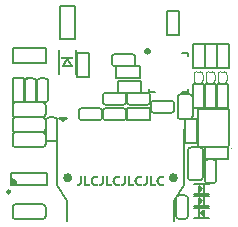
<source format=gto>
G04*
G04 #@! TF.GenerationSoftware,Altium Limited,Altium Designer,19.1.5 (86)*
G04*
G04 Layer_Color=65535*
%FSLAX25Y25*%
%MOIN*%
G70*
G01*
G75*
%ADD10C,0.00394*%
%ADD11C,0.00500*%
%ADD12C,0.00400*%
%ADD13C,0.00031*%
%ADD14C,0.00787*%
%ADD15C,0.00984*%
%ADD16C,0.00800*%
%ADD17R,0.03937X0.00787*%
%ADD18R,0.00787X0.03150*%
G36*
X13595Y22031D02*
Y24000D01*
X14185D01*
X15366Y22819D01*
Y22031D01*
X13595D01*
D02*
G37*
G36*
X31004Y24331D02*
Y24057D01*
X31214Y23550D01*
X31601Y23163D01*
X32108Y22953D01*
X32382D01*
X32656D01*
X33162Y23163D01*
X33550Y23550D01*
X33760Y24057D01*
Y24331D01*
Y24605D01*
X33550Y25111D01*
X33162Y25499D01*
X32656Y25709D01*
X32382D01*
X32108D01*
X31601Y25499D01*
X31214Y25111D01*
X31004Y24605D01*
Y24331D01*
D01*
D02*
G37*
G36*
X66240D02*
Y24057D01*
X66450Y23550D01*
X66838Y23163D01*
X67344Y22953D01*
X67618D01*
X67892D01*
X68399Y23163D01*
X68786Y23550D01*
X68996Y24057D01*
Y24331D01*
Y24605D01*
X68786Y25111D01*
X68399Y25499D01*
X67892Y25709D01*
X67618D01*
X67344D01*
X66838Y25499D01*
X66450Y25111D01*
X66240Y24605D01*
Y24331D01*
D01*
D02*
G37*
G36*
X59000Y65500D02*
X58801D01*
X58434Y65652D01*
X58152Y65934D01*
X58000Y66301D01*
Y66500D01*
Y66699D01*
X58152Y67066D01*
X58434Y67348D01*
X58801Y67500D01*
X59000D01*
X59199D01*
X59566Y67348D01*
X59848Y67066D01*
X60000Y66699D01*
Y66500D01*
Y66301D01*
X59848Y65934D01*
X59566Y65652D01*
X59199Y65500D01*
X59000D01*
D01*
D02*
G37*
G36*
X63833Y25005D02*
X63879Y25001D01*
X63932Y24997D01*
X63993Y24993D01*
X64119Y24978D01*
X64253Y24955D01*
X64387Y24925D01*
X64513Y24882D01*
Y24206D01*
X64509Y24210D01*
X64498Y24214D01*
X64478Y24226D01*
X64456Y24237D01*
X64425Y24252D01*
X64387Y24268D01*
X64345Y24287D01*
X64295Y24306D01*
X64242Y24321D01*
X64184Y24340D01*
X64123Y24355D01*
X64058Y24371D01*
X63913Y24394D01*
X63841Y24397D01*
X63760Y24401D01*
X63714D01*
X63680Y24397D01*
X63642Y24394D01*
X63592Y24386D01*
X63543Y24374D01*
X63485Y24363D01*
X63424Y24348D01*
X63363Y24329D01*
X63298Y24302D01*
X63237Y24271D01*
X63172Y24237D01*
X63107Y24195D01*
X63050Y24149D01*
X62993Y24096D01*
X62989Y24092D01*
X62981Y24080D01*
X62966Y24065D01*
X62947Y24042D01*
X62928Y24012D01*
X62901Y23973D01*
X62878Y23931D01*
X62851Y23882D01*
X62824Y23824D01*
X62798Y23767D01*
X62771Y23698D01*
X62752Y23629D01*
X62733Y23553D01*
X62717Y23469D01*
X62710Y23385D01*
X62706Y23293D01*
Y23290D01*
Y23270D01*
Y23247D01*
X62710Y23213D01*
X62714Y23171D01*
X62721Y23125D01*
X62729Y23072D01*
X62740Y23015D01*
X62756Y22957D01*
X62771Y22892D01*
X62794Y22827D01*
X62821Y22762D01*
X62851Y22697D01*
X62889Y22636D01*
X62931Y22575D01*
X62977Y22518D01*
X62981Y22514D01*
X62989Y22506D01*
X63004Y22491D01*
X63027Y22472D01*
X63054Y22449D01*
X63088Y22426D01*
X63130Y22400D01*
X63172Y22373D01*
X63222Y22342D01*
X63279Y22316D01*
X63340Y22293D01*
X63405Y22270D01*
X63478Y22251D01*
X63554Y22235D01*
X63634Y22228D01*
X63718Y22224D01*
X63760D01*
X63791Y22228D01*
X63829Y22231D01*
X63875Y22235D01*
X63925Y22243D01*
X63982Y22251D01*
X64039Y22262D01*
X64104Y22273D01*
X64238Y22312D01*
X64307Y22338D01*
X64375Y22365D01*
X64444Y22396D01*
X64513Y22434D01*
Y21796D01*
X64509D01*
X64498Y21788D01*
X64475Y21781D01*
X64448Y21769D01*
X64414Y21758D01*
X64372Y21743D01*
X64322Y21727D01*
X64265Y21712D01*
X64200Y21693D01*
X64131Y21678D01*
X64055Y21662D01*
X63971Y21651D01*
X63883Y21639D01*
X63787Y21632D01*
X63688Y21628D01*
X63581Y21624D01*
X63546D01*
X63508Y21628D01*
X63459Y21632D01*
X63398Y21639D01*
X63325Y21647D01*
X63245Y21662D01*
X63157Y21678D01*
X63065Y21700D01*
X62970Y21731D01*
X62870Y21765D01*
X62771Y21811D01*
X62675Y21861D01*
X62580Y21918D01*
X62488Y21987D01*
X62404Y22063D01*
X62400Y22067D01*
X62385Y22082D01*
X62366Y22109D01*
X62335Y22144D01*
X62305Y22189D01*
X62267Y22243D01*
X62229Y22304D01*
X62190Y22377D01*
X62148Y22457D01*
X62110Y22545D01*
X62072Y22644D01*
X62041Y22747D01*
X62011Y22862D01*
X61992Y22980D01*
X61976Y23110D01*
X61973Y23244D01*
Y23247D01*
Y23251D01*
Y23263D01*
Y23278D01*
X61976Y23320D01*
X61980Y23374D01*
X61988Y23438D01*
X61999Y23515D01*
X62015Y23599D01*
X62034Y23695D01*
X62060Y23790D01*
X62091Y23893D01*
X62129Y24000D01*
X62179Y24107D01*
X62232Y24210D01*
X62297Y24317D01*
X62374Y24417D01*
X62458Y24512D01*
X62465Y24516D01*
X62481Y24535D01*
X62507Y24558D01*
X62546Y24588D01*
X62595Y24627D01*
X62653Y24669D01*
X62721Y24714D01*
X62798Y24760D01*
X62882Y24806D01*
X62977Y24852D01*
X63080Y24894D01*
X63191Y24932D01*
X63310Y24963D01*
X63436Y24986D01*
X63569Y25005D01*
X63711Y25009D01*
X63791D01*
X63833Y25005D01*
D02*
G37*
G36*
X56510D02*
X56556Y25001D01*
X56609Y24997D01*
X56670Y24993D01*
X56796Y24978D01*
X56930Y24955D01*
X57064Y24925D01*
X57190Y24882D01*
Y24206D01*
X57186Y24210D01*
X57175Y24214D01*
X57156Y24226D01*
X57133Y24237D01*
X57102Y24252D01*
X57064Y24268D01*
X57022Y24287D01*
X56972Y24306D01*
X56919Y24321D01*
X56861Y24340D01*
X56800Y24355D01*
X56735Y24371D01*
X56590Y24394D01*
X56518Y24397D01*
X56437Y24401D01*
X56392D01*
X56357Y24397D01*
X56319Y24394D01*
X56269Y24386D01*
X56220Y24374D01*
X56162Y24363D01*
X56101Y24348D01*
X56040Y24329D01*
X55975Y24302D01*
X55914Y24271D01*
X55849Y24237D01*
X55784Y24195D01*
X55727Y24149D01*
X55670Y24096D01*
X55666Y24092D01*
X55658Y24080D01*
X55643Y24065D01*
X55624Y24042D01*
X55605Y24012D01*
X55578Y23973D01*
X55555Y23931D01*
X55528Y23882D01*
X55502Y23824D01*
X55475Y23767D01*
X55448Y23698D01*
X55429Y23629D01*
X55410Y23553D01*
X55395Y23469D01*
X55387Y23385D01*
X55383Y23293D01*
Y23290D01*
Y23270D01*
Y23247D01*
X55387Y23213D01*
X55391Y23171D01*
X55398Y23125D01*
X55406Y23072D01*
X55418Y23015D01*
X55433Y22957D01*
X55448Y22892D01*
X55471Y22827D01*
X55498Y22762D01*
X55528Y22697D01*
X55567Y22636D01*
X55608Y22575D01*
X55654Y22518D01*
X55658Y22514D01*
X55666Y22506D01*
X55681Y22491D01*
X55704Y22472D01*
X55731Y22449D01*
X55765Y22426D01*
X55807Y22400D01*
X55849Y22373D01*
X55899Y22342D01*
X55956Y22316D01*
X56017Y22293D01*
X56082Y22270D01*
X56155Y22251D01*
X56231Y22235D01*
X56311Y22228D01*
X56395Y22224D01*
X56437D01*
X56468Y22228D01*
X56506Y22231D01*
X56552Y22235D01*
X56602Y22243D01*
X56659Y22251D01*
X56716Y22262D01*
X56781Y22273D01*
X56915Y22312D01*
X56984Y22338D01*
X57052Y22365D01*
X57121Y22396D01*
X57190Y22434D01*
Y21796D01*
X57186D01*
X57175Y21788D01*
X57152Y21781D01*
X57125Y21769D01*
X57091Y21758D01*
X57049Y21743D01*
X56999Y21727D01*
X56942Y21712D01*
X56877Y21693D01*
X56808Y21678D01*
X56732Y21662D01*
X56647Y21651D01*
X56560Y21639D01*
X56464Y21632D01*
X56365Y21628D01*
X56258Y21624D01*
X56223D01*
X56185Y21628D01*
X56136Y21632D01*
X56075Y21639D01*
X56002Y21647D01*
X55922Y21662D01*
X55834Y21678D01*
X55742Y21700D01*
X55647Y21731D01*
X55547Y21765D01*
X55448Y21811D01*
X55352Y21861D01*
X55257Y21918D01*
X55165Y21987D01*
X55081Y22063D01*
X55077Y22067D01*
X55062Y22082D01*
X55043Y22109D01*
X55013Y22144D01*
X54982Y22189D01*
X54944Y22243D01*
X54906Y22304D01*
X54867Y22377D01*
X54825Y22457D01*
X54787Y22545D01*
X54749Y22644D01*
X54718Y22747D01*
X54688Y22862D01*
X54669Y22980D01*
X54654Y23110D01*
X54650Y23244D01*
Y23247D01*
Y23251D01*
Y23263D01*
Y23278D01*
X54654Y23320D01*
X54657Y23374D01*
X54665Y23438D01*
X54676Y23515D01*
X54692Y23599D01*
X54711Y23695D01*
X54738Y23790D01*
X54768Y23893D01*
X54806Y24000D01*
X54856Y24107D01*
X54909Y24210D01*
X54974Y24317D01*
X55051Y24417D01*
X55135Y24512D01*
X55142Y24516D01*
X55158Y24535D01*
X55185Y24558D01*
X55223Y24588D01*
X55272Y24627D01*
X55330Y24669D01*
X55398Y24714D01*
X55475Y24760D01*
X55559Y24806D01*
X55654Y24852D01*
X55757Y24894D01*
X55868Y24932D01*
X55987Y24963D01*
X56113Y24986D01*
X56246Y25005D01*
X56388Y25009D01*
X56468D01*
X56510Y25005D01*
D02*
G37*
G36*
X49187D02*
X49233Y25001D01*
X49286Y24997D01*
X49347Y24993D01*
X49474Y24978D01*
X49607Y24955D01*
X49741Y24925D01*
X49867Y24882D01*
Y24206D01*
X49863Y24210D01*
X49852Y24214D01*
X49833Y24226D01*
X49810Y24237D01*
X49779Y24252D01*
X49741Y24268D01*
X49699Y24287D01*
X49649Y24306D01*
X49596Y24321D01*
X49538Y24340D01*
X49477Y24355D01*
X49412Y24371D01*
X49267Y24394D01*
X49195Y24397D01*
X49115Y24401D01*
X49069D01*
X49034Y24397D01*
X48996Y24394D01*
X48946Y24386D01*
X48897Y24374D01*
X48839Y24363D01*
X48778Y24348D01*
X48717Y24329D01*
X48652Y24302D01*
X48591Y24271D01*
X48526Y24237D01*
X48461Y24195D01*
X48404Y24149D01*
X48347Y24096D01*
X48343Y24092D01*
X48335Y24080D01*
X48320Y24065D01*
X48301Y24042D01*
X48282Y24012D01*
X48255Y23973D01*
X48232Y23931D01*
X48205Y23882D01*
X48179Y23824D01*
X48152Y23767D01*
X48125Y23698D01*
X48106Y23629D01*
X48087Y23553D01*
X48072Y23469D01*
X48064Y23385D01*
X48060Y23293D01*
Y23290D01*
Y23270D01*
Y23247D01*
X48064Y23213D01*
X48068Y23171D01*
X48075Y23125D01*
X48083Y23072D01*
X48094Y23015D01*
X48110Y22957D01*
X48125Y22892D01*
X48148Y22827D01*
X48175Y22762D01*
X48205Y22697D01*
X48243Y22636D01*
X48285Y22575D01*
X48331Y22518D01*
X48335Y22514D01*
X48343Y22506D01*
X48358Y22491D01*
X48381Y22472D01*
X48408Y22449D01*
X48442Y22426D01*
X48484Y22400D01*
X48526Y22373D01*
X48576Y22342D01*
X48633Y22316D01*
X48694Y22293D01*
X48759Y22270D01*
X48832Y22251D01*
X48908Y22235D01*
X48988Y22228D01*
X49073Y22224D01*
X49115D01*
X49145Y22228D01*
X49183Y22231D01*
X49229Y22235D01*
X49279Y22243D01*
X49336Y22251D01*
X49393Y22262D01*
X49458Y22273D01*
X49592Y22312D01*
X49661Y22338D01*
X49729Y22365D01*
X49798Y22396D01*
X49867Y22434D01*
Y21796D01*
X49863D01*
X49852Y21788D01*
X49829Y21781D01*
X49802Y21769D01*
X49768Y21758D01*
X49726Y21743D01*
X49676Y21727D01*
X49619Y21712D01*
X49554Y21693D01*
X49485Y21678D01*
X49409Y21662D01*
X49325Y21651D01*
X49237Y21639D01*
X49141Y21632D01*
X49042Y21628D01*
X48935Y21624D01*
X48901D01*
X48862Y21628D01*
X48813Y21632D01*
X48752Y21639D01*
X48679Y21647D01*
X48599Y21662D01*
X48511Y21678D01*
X48419Y21700D01*
X48324Y21731D01*
X48224Y21765D01*
X48125Y21811D01*
X48030Y21861D01*
X47934Y21918D01*
X47842Y21987D01*
X47758Y22063D01*
X47755Y22067D01*
X47739Y22082D01*
X47720Y22109D01*
X47690Y22144D01*
X47659Y22189D01*
X47621Y22243D01*
X47583Y22304D01*
X47545Y22377D01*
X47502Y22457D01*
X47464Y22545D01*
X47426Y22644D01*
X47396Y22747D01*
X47365Y22862D01*
X47346Y22980D01*
X47330Y23110D01*
X47327Y23244D01*
Y23247D01*
Y23251D01*
Y23263D01*
Y23278D01*
X47330Y23320D01*
X47334Y23374D01*
X47342Y23438D01*
X47354Y23515D01*
X47369Y23599D01*
X47388Y23695D01*
X47415Y23790D01*
X47445Y23893D01*
X47483Y24000D01*
X47533Y24107D01*
X47587Y24210D01*
X47651Y24317D01*
X47728Y24417D01*
X47812Y24512D01*
X47820Y24516D01*
X47835Y24535D01*
X47861Y24558D01*
X47900Y24588D01*
X47949Y24627D01*
X48007Y24669D01*
X48075Y24714D01*
X48152Y24760D01*
X48236Y24806D01*
X48331Y24852D01*
X48434Y24894D01*
X48545Y24932D01*
X48664Y24963D01*
X48790Y24986D01*
X48924Y25005D01*
X49065Y25009D01*
X49145D01*
X49187Y25005D01*
D02*
G37*
G36*
X41864D02*
X41910Y25001D01*
X41963Y24997D01*
X42025Y24993D01*
X42151Y24978D01*
X42284Y24955D01*
X42418Y24925D01*
X42544Y24882D01*
Y24206D01*
X42540Y24210D01*
X42529Y24214D01*
X42510Y24226D01*
X42487Y24237D01*
X42456Y24252D01*
X42418Y24268D01*
X42376Y24287D01*
X42326Y24306D01*
X42273Y24321D01*
X42216Y24340D01*
X42154Y24355D01*
X42090Y24371D01*
X41944Y24394D01*
X41872Y24397D01*
X41791Y24401D01*
X41746D01*
X41711Y24397D01*
X41673Y24394D01*
X41623Y24386D01*
X41574Y24374D01*
X41517Y24363D01*
X41455Y24348D01*
X41394Y24329D01*
X41329Y24302D01*
X41268Y24271D01*
X41203Y24237D01*
X41138Y24195D01*
X41081Y24149D01*
X41024Y24096D01*
X41020Y24092D01*
X41012Y24080D01*
X40997Y24065D01*
X40978Y24042D01*
X40959Y24012D01*
X40932Y23973D01*
X40909Y23931D01*
X40882Y23882D01*
X40856Y23824D01*
X40829Y23767D01*
X40802Y23698D01*
X40783Y23629D01*
X40764Y23553D01*
X40749Y23469D01*
X40741Y23385D01*
X40737Y23293D01*
Y23290D01*
Y23270D01*
Y23247D01*
X40741Y23213D01*
X40745Y23171D01*
X40753Y23125D01*
X40760Y23072D01*
X40772Y23015D01*
X40787Y22957D01*
X40802Y22892D01*
X40825Y22827D01*
X40852Y22762D01*
X40882Y22697D01*
X40921Y22636D01*
X40963Y22575D01*
X41008Y22518D01*
X41012Y22514D01*
X41020Y22506D01*
X41035Y22491D01*
X41058Y22472D01*
X41085Y22449D01*
X41119Y22426D01*
X41161Y22400D01*
X41203Y22373D01*
X41253Y22342D01*
X41310Y22316D01*
X41371Y22293D01*
X41436Y22270D01*
X41509Y22251D01*
X41585Y22235D01*
X41666Y22228D01*
X41750Y22224D01*
X41791D01*
X41822Y22228D01*
X41860Y22231D01*
X41906Y22235D01*
X41956Y22243D01*
X42013Y22251D01*
X42070Y22262D01*
X42135Y22273D01*
X42269Y22312D01*
X42338Y22338D01*
X42407Y22365D01*
X42475Y22396D01*
X42544Y22434D01*
Y21796D01*
X42540D01*
X42529Y21788D01*
X42506Y21781D01*
X42479Y21769D01*
X42445Y21758D01*
X42403Y21743D01*
X42353Y21727D01*
X42296Y21712D01*
X42231Y21693D01*
X42162Y21678D01*
X42086Y21662D01*
X42002Y21651D01*
X41914Y21639D01*
X41818Y21632D01*
X41719Y21628D01*
X41612Y21624D01*
X41578D01*
X41539Y21628D01*
X41490Y21632D01*
X41429Y21639D01*
X41356Y21647D01*
X41276Y21662D01*
X41188Y21678D01*
X41096Y21700D01*
X41001Y21731D01*
X40901Y21765D01*
X40802Y21811D01*
X40707Y21861D01*
X40611Y21918D01*
X40519Y21987D01*
X40435Y22063D01*
X40432Y22067D01*
X40416Y22082D01*
X40397Y22109D01*
X40367Y22144D01*
X40336Y22189D01*
X40298Y22243D01*
X40260Y22304D01*
X40222Y22377D01*
X40179Y22457D01*
X40141Y22545D01*
X40103Y22644D01*
X40073Y22747D01*
X40042Y22862D01*
X40023Y22980D01*
X40008Y23110D01*
X40004Y23244D01*
Y23247D01*
Y23251D01*
Y23263D01*
Y23278D01*
X40008Y23320D01*
X40011Y23374D01*
X40019Y23438D01*
X40031Y23515D01*
X40046Y23599D01*
X40065Y23695D01*
X40092Y23790D01*
X40122Y23893D01*
X40160Y24000D01*
X40210Y24107D01*
X40264Y24210D01*
X40328Y24317D01*
X40405Y24417D01*
X40489Y24512D01*
X40497Y24516D01*
X40512Y24535D01*
X40539Y24558D01*
X40577Y24588D01*
X40626Y24627D01*
X40684Y24669D01*
X40753Y24714D01*
X40829Y24760D01*
X40913Y24806D01*
X41008Y24852D01*
X41112Y24894D01*
X41222Y24932D01*
X41341Y24963D01*
X41467Y24986D01*
X41600Y25005D01*
X41742Y25009D01*
X41822D01*
X41864Y25005D01*
D02*
G37*
G36*
X59085Y22961D02*
Y22953D01*
Y22934D01*
Y22900D01*
X59081Y22854D01*
X59077Y22801D01*
X59069Y22736D01*
X59058Y22667D01*
X59047Y22594D01*
X59031Y22514D01*
X59012Y22434D01*
X58985Y22350D01*
X58959Y22270D01*
X58924Y22186D01*
X58882Y22109D01*
X58836Y22037D01*
X58783Y21968D01*
X58779Y21964D01*
X58768Y21953D01*
X58752Y21937D01*
X58729Y21914D01*
X58695Y21888D01*
X58661Y21861D01*
X58615Y21826D01*
X58565Y21796D01*
X58508Y21765D01*
X58443Y21735D01*
X58374Y21704D01*
X58298Y21678D01*
X58214Y21655D01*
X58126Y21639D01*
X58030Y21628D01*
X57927Y21624D01*
X57885D01*
X57862Y21628D01*
X57839D01*
X57778Y21635D01*
X57706Y21643D01*
X57629Y21658D01*
X57549Y21678D01*
X57469Y21704D01*
Y22361D01*
X57473D01*
X57477Y22354D01*
X57488Y22350D01*
X57499Y22338D01*
X57538Y22319D01*
X57591Y22293D01*
X57648Y22266D01*
X57721Y22247D01*
X57797Y22231D01*
X57881Y22224D01*
X57904D01*
X57927Y22228D01*
X57962Y22235D01*
X58000Y22247D01*
X58042Y22266D01*
X58088Y22289D01*
X58134Y22319D01*
X58179Y22361D01*
X58225Y22411D01*
X58267Y22472D01*
X58305Y22545D01*
X58340Y22633D01*
X58351Y22682D01*
X58363Y22736D01*
X58374Y22793D01*
X58382Y22854D01*
X58386Y22919D01*
Y22988D01*
Y24951D01*
X59085D01*
Y22961D01*
D02*
G37*
G36*
X51762D02*
Y22953D01*
Y22934D01*
Y22900D01*
X51758Y22854D01*
X51754Y22801D01*
X51746Y22736D01*
X51735Y22667D01*
X51723Y22594D01*
X51708Y22514D01*
X51689Y22434D01*
X51662Y22350D01*
X51636Y22270D01*
X51601Y22186D01*
X51559Y22109D01*
X51513Y22037D01*
X51460Y21968D01*
X51456Y21964D01*
X51445Y21953D01*
X51429Y21937D01*
X51407Y21914D01*
X51372Y21888D01*
X51338Y21861D01*
X51292Y21826D01*
X51242Y21796D01*
X51185Y21765D01*
X51120Y21735D01*
X51051Y21704D01*
X50975Y21678D01*
X50891Y21655D01*
X50803Y21639D01*
X50707Y21628D01*
X50604Y21624D01*
X50562D01*
X50539Y21628D01*
X50516D01*
X50455Y21635D01*
X50383Y21643D01*
X50306Y21658D01*
X50226Y21678D01*
X50146Y21704D01*
Y22361D01*
X50150D01*
X50153Y22354D01*
X50165Y22350D01*
X50176Y22338D01*
X50215Y22319D01*
X50268Y22293D01*
X50325Y22266D01*
X50398Y22247D01*
X50474Y22231D01*
X50558Y22224D01*
X50581D01*
X50604Y22228D01*
X50639Y22235D01*
X50677Y22247D01*
X50719Y22266D01*
X50765Y22289D01*
X50811Y22319D01*
X50856Y22361D01*
X50902Y22411D01*
X50944Y22472D01*
X50982Y22545D01*
X51017Y22633D01*
X51028Y22682D01*
X51040Y22736D01*
X51051Y22793D01*
X51059Y22854D01*
X51063Y22919D01*
Y22988D01*
Y24951D01*
X51762D01*
Y22961D01*
D02*
G37*
G36*
X44439D02*
Y22953D01*
Y22934D01*
Y22900D01*
X44435Y22854D01*
X44431Y22801D01*
X44423Y22736D01*
X44412Y22667D01*
X44401Y22594D01*
X44385Y22514D01*
X44366Y22434D01*
X44339Y22350D01*
X44313Y22270D01*
X44278Y22186D01*
X44236Y22109D01*
X44190Y22037D01*
X44137Y21968D01*
X44133Y21964D01*
X44122Y21953D01*
X44107Y21937D01*
X44083Y21914D01*
X44049Y21888D01*
X44015Y21861D01*
X43969Y21826D01*
X43919Y21796D01*
X43862Y21765D01*
X43797Y21735D01*
X43728Y21704D01*
X43652Y21678D01*
X43568Y21655D01*
X43480Y21639D01*
X43385Y21628D01*
X43281Y21624D01*
X43239D01*
X43216Y21628D01*
X43194D01*
X43132Y21635D01*
X43060Y21643D01*
X42983Y21658D01*
X42903Y21678D01*
X42823Y21704D01*
Y22361D01*
X42827D01*
X42831Y22354D01*
X42842Y22350D01*
X42854Y22338D01*
X42892Y22319D01*
X42945Y22293D01*
X43003Y22266D01*
X43075Y22247D01*
X43152Y22231D01*
X43235Y22224D01*
X43258D01*
X43281Y22228D01*
X43316Y22235D01*
X43354Y22247D01*
X43396Y22266D01*
X43442Y22289D01*
X43488Y22319D01*
X43534Y22361D01*
X43579Y22411D01*
X43621Y22472D01*
X43659Y22545D01*
X43694Y22633D01*
X43705Y22682D01*
X43717Y22736D01*
X43728Y22793D01*
X43736Y22854D01*
X43740Y22919D01*
Y22988D01*
Y24951D01*
X44439D01*
Y22961D01*
D02*
G37*
G36*
X37116D02*
Y22953D01*
Y22934D01*
Y22900D01*
X37112Y22854D01*
X37108Y22801D01*
X37101Y22736D01*
X37089Y22667D01*
X37078Y22594D01*
X37062Y22514D01*
X37043Y22434D01*
X37016Y22350D01*
X36990Y22270D01*
X36955Y22186D01*
X36913Y22109D01*
X36868Y22037D01*
X36814Y21968D01*
X36810Y21964D01*
X36799Y21953D01*
X36783Y21937D01*
X36761Y21914D01*
X36726Y21888D01*
X36692Y21861D01*
X36646Y21826D01*
X36596Y21796D01*
X36539Y21765D01*
X36474Y21735D01*
X36405Y21704D01*
X36329Y21678D01*
X36245Y21655D01*
X36157Y21639D01*
X36061Y21628D01*
X35958Y21624D01*
X35916D01*
X35893Y21628D01*
X35871D01*
X35809Y21635D01*
X35737Y21643D01*
X35660Y21658D01*
X35580Y21678D01*
X35500Y21704D01*
Y22361D01*
X35504D01*
X35508Y22354D01*
X35519Y22350D01*
X35531Y22338D01*
X35569Y22319D01*
X35622Y22293D01*
X35680Y22266D01*
X35752Y22247D01*
X35829Y22231D01*
X35913Y22224D01*
X35936D01*
X35958Y22228D01*
X35993Y22235D01*
X36031Y22247D01*
X36073Y22266D01*
X36119Y22289D01*
X36165Y22319D01*
X36211Y22361D01*
X36256Y22411D01*
X36298Y22472D01*
X36337Y22545D01*
X36371Y22633D01*
X36382Y22682D01*
X36394Y22736D01*
X36405Y22793D01*
X36413Y22854D01*
X36417Y22919D01*
Y22988D01*
Y24951D01*
X37116D01*
Y22961D01*
D02*
G37*
G36*
X60506Y22247D02*
X61732D01*
Y21678D01*
X59811D01*
Y24951D01*
X60506D01*
Y22247D01*
D02*
G37*
G36*
X53183D02*
X54409D01*
Y21678D01*
X52487D01*
Y24951D01*
X53183D01*
Y22247D01*
D02*
G37*
G36*
X45860D02*
X47086D01*
Y21678D01*
X45165D01*
Y24951D01*
X45860D01*
Y22247D01*
D02*
G37*
G36*
X38537D02*
X39763D01*
Y21678D01*
X37842D01*
Y24951D01*
X38537D01*
Y22247D01*
D02*
G37*
D10*
X33760Y24331D02*
G03*
X33760Y24331I-1378J0D01*
G01*
X68996D02*
G03*
X68996Y24331I-1378J0D01*
G01*
X87102Y34110D02*
G03*
X87102Y34110I-197J0D01*
G01*
D11*
X68532Y11547D02*
G03*
X69516Y10563I984J0D01*
G01*
Y18437D02*
G03*
X68532Y17453I0J-984D01*
G01*
X72469D02*
G03*
X71484Y18437I-984J0D01*
G01*
Y10563D02*
G03*
X72469Y11547I0J984D01*
G01*
X61047Y49968D02*
G03*
X60063Y48984I0J-984D01*
G01*
X67937D02*
G03*
X66953Y49968I-984J0D01*
G01*
Y46031D02*
G03*
X67937Y47016I0J984D01*
G01*
X60063D02*
G03*
X61047Y46031I984J0D01*
G01*
X53047Y52668D02*
G03*
X52063Y51684I0J-984D01*
G01*
X59937D02*
G03*
X58953Y52668I-984J0D01*
G01*
Y48731D02*
G03*
X59937Y49716I0J984D01*
G01*
X52063D02*
G03*
X53047Y48731I984J0D01*
G01*
X14000Y11500D02*
G03*
X15000Y10500I1000J0D01*
G01*
Y15500D02*
G03*
X14000Y14500I0J-1000D01*
G01*
X25000D02*
G03*
X24000Y15500I-1000J0D01*
G01*
Y10500D02*
G03*
X25000Y11500I0J1000D01*
G01*
X14000Y35500D02*
G03*
X15000Y34500I1000J0D01*
G01*
Y39500D02*
G03*
X14000Y38500I0J-1000D01*
G01*
X25000D02*
G03*
X24000Y39500I-1000J0D01*
G01*
Y34500D02*
G03*
X25000Y35500I0J1000D01*
G01*
X73500Y34500D02*
G03*
X72500Y33500I0J-1000D01*
G01*
X77500D02*
G03*
X76500Y34500I-1000J0D01*
G01*
Y23500D02*
G03*
X77500Y24500I0J1000D01*
G01*
X72500D02*
G03*
X73500Y23500I1000J0D01*
G01*
X78031Y23547D02*
G03*
X79016Y22563I984J0D01*
G01*
Y30437D02*
G03*
X78031Y29453I0J-984D01*
G01*
X81968D02*
G03*
X80984Y30437I-984J0D01*
G01*
Y22563D02*
G03*
X81968Y23547I0J984D01*
G01*
X25000Y43500D02*
G03*
X24000Y44500I-1000J0D01*
G01*
Y39500D02*
G03*
X25000Y40500I0J1000D01*
G01*
X14000D02*
G03*
X15000Y39500I1000J0D01*
G01*
Y44500D02*
G03*
X14000Y43500I0J-1000D01*
G01*
X25000Y48500D02*
G03*
X24000Y49500I-1000J0D01*
G01*
Y44500D02*
G03*
X25000Y45500I0J1000D01*
G01*
X14000D02*
G03*
X15000Y44500I1000J0D01*
G01*
Y49500D02*
G03*
X14000Y48500I0J-1000D01*
G01*
X22031Y50547D02*
G03*
X23016Y49563I984J0D01*
G01*
Y57437D02*
G03*
X22031Y56453I0J-984D01*
G01*
X25969D02*
G03*
X24984Y57437I-984J0D01*
G01*
Y49563D02*
G03*
X25969Y50547I0J984D01*
G01*
X18032D02*
G03*
X19016Y49563I984J0D01*
G01*
Y57437D02*
G03*
X18032Y56453I0J-984D01*
G01*
X21969D02*
G03*
X20984Y57437I-984J0D01*
G01*
Y49563D02*
G03*
X21969Y50547I0J984D01*
G01*
X48047Y65469D02*
G03*
X47063Y64484I0J-984D01*
G01*
X54937D02*
G03*
X53953Y65469I-984J0D01*
G01*
Y61532D02*
G03*
X54937Y62516I0J984D01*
G01*
X47063D02*
G03*
X48047Y61532I984J0D01*
G01*
X28969Y43453D02*
G03*
X27984Y44437I-984J0D01*
G01*
Y36563D02*
G03*
X28969Y37547I0J984D01*
G01*
X25032D02*
G03*
X26016Y36563I984J0D01*
G01*
Y44437D02*
G03*
X25032Y43453I0J-984D01*
G01*
X42953Y43532D02*
G03*
X43937Y44516I0J984D01*
G01*
X36063D02*
G03*
X37047Y43532I984J0D01*
G01*
Y47469D02*
G03*
X36063Y46484I0J-984D01*
G01*
X43937D02*
G03*
X42953Y47469I-984J0D01*
G01*
X50953Y48731D02*
G03*
X51937Y49716I0J984D01*
G01*
X44063D02*
G03*
X45047Y48731I984J0D01*
G01*
Y52668D02*
G03*
X44063Y51684I0J-984D01*
G01*
X51937D02*
G03*
X50953Y52668I-984J0D01*
G01*
X45047Y47469D02*
G03*
X44063Y46484I0J-984D01*
G01*
X51937D02*
G03*
X50953Y47469I-984J0D01*
G01*
Y43532D02*
G03*
X51937Y44516I0J984D01*
G01*
X44063D02*
G03*
X45047Y43532I984J0D01*
G01*
X74000Y51150D02*
G03*
X73000Y52150I-1000J0D01*
G01*
X70000D02*
G03*
X69000Y51150I0J-1000D01*
G01*
Y44850D02*
G03*
X70000Y43850I1000J0D01*
G01*
X73000D02*
G03*
X74000Y44850I0J1000D01*
G01*
X67716Y9984D02*
Y16457D01*
X32283Y9984D02*
Y16457D01*
X28839Y22047D02*
X32283Y16457D01*
X29507Y44407D02*
X30807Y43107D01*
X32107Y44407D01*
X29507D02*
X32107D01*
X67716Y16457D02*
X71161Y22047D01*
X28839D02*
Y40472D01*
X71161Y22047D02*
Y40472D01*
X69516Y18437D02*
X71484D01*
X68532Y11547D02*
Y17453D01*
X69516Y10563D02*
X71484D01*
X72469Y11547D02*
Y17453D01*
X67937Y47016D02*
Y48984D01*
X61047Y49968D02*
X66953D01*
X60063Y47016D02*
Y48984D01*
X61047Y46031D02*
X66953D01*
X59937Y49716D02*
Y51684D01*
X53047Y52668D02*
X58953D01*
X52063Y49716D02*
Y51684D01*
X53047Y48731D02*
X58953D01*
X15000Y10500D02*
X24000D01*
X14000Y11500D02*
Y14500D01*
X15000Y15500D02*
X24000D01*
X25000Y11500D02*
Y14500D01*
X74638Y18825D02*
X79362D01*
X74638Y22175D02*
X79362D01*
X76213Y19516D02*
X77197Y20500D01*
X76213Y19516D02*
Y21484D01*
X77197Y20500D01*
X76803Y12500D02*
X77787Y11516D01*
Y13484D01*
X76803Y12500D02*
X77787Y13484D01*
X74638Y10825D02*
X79362D01*
X74638Y14175D02*
X79362D01*
X74638Y14825D02*
X79362D01*
X74638Y18175D02*
X79362D01*
X76213Y15516D02*
X77197Y16500D01*
X76213Y15516D02*
Y17484D01*
X77197Y16500D01*
X15000Y34500D02*
X24000D01*
X14000Y35500D02*
Y38500D01*
X15000Y39500D02*
X24000D01*
X25000Y35500D02*
Y38500D01*
X72500Y24500D02*
Y33500D01*
X73500Y34500D02*
X76500D01*
X77500Y24500D02*
Y33500D01*
X73500Y23500D02*
X76500D01*
X71531Y43937D02*
X75468D01*
X71531Y36063D02*
Y43937D01*
Y36063D02*
X75468D01*
Y43937D01*
X14000Y62500D02*
X25000D01*
X14000D02*
Y67500D01*
X25000D01*
Y62500D02*
Y67500D01*
X85937Y30531D02*
Y34468D01*
X78063D02*
X85937D01*
X78063Y30531D02*
Y34468D01*
Y30531D02*
X85937D01*
X79016Y30437D02*
X80984D01*
X78031Y23547D02*
Y29453D01*
X79016Y22563D02*
X80984D01*
X81968Y23547D02*
Y29453D01*
X15000Y44500D02*
X24000D01*
X25000Y40500D02*
Y43500D01*
X15000Y39500D02*
X24000D01*
X14000Y40500D02*
Y43500D01*
X15000Y49500D02*
X24000D01*
X25000Y45500D02*
Y48500D01*
X15000Y44500D02*
X24000D01*
X14000Y45500D02*
Y48500D01*
X18500Y62500D02*
X20500D01*
X18500Y57500D02*
X20500D01*
X23016Y57437D02*
X24984D01*
X22031Y50547D02*
Y56453D01*
X23016Y49563D02*
X24984D01*
X25969Y50547D02*
Y56453D01*
X19016Y57437D02*
X20984D01*
X18032Y50547D02*
Y56453D01*
X19016Y49563D02*
X20984D01*
X21969Y50547D02*
Y56453D01*
X14031Y49563D02*
X17968D01*
Y57437D01*
X14031D02*
X17968D01*
X14031Y49563D02*
Y57437D01*
X74032Y47563D02*
X77969D01*
Y55437D01*
X74032D02*
X77969D01*
X74032Y47563D02*
Y55437D01*
X74079Y68906D02*
X78016D01*
X74079Y61032D02*
Y68906D01*
Y61032D02*
X78016D01*
Y68906D01*
X78079D02*
X82016D01*
X78079Y61032D02*
Y68906D01*
Y61032D02*
X82016D01*
Y68906D01*
X82079D02*
X86016D01*
X82079Y61032D02*
Y68906D01*
Y61032D02*
X86016D01*
Y68906D01*
X34800Y70500D02*
Y81500D01*
X29800Y70500D02*
X34800D01*
X29800D02*
Y81500D01*
X34800D01*
X54937Y62516D02*
Y64484D01*
X48047Y65469D02*
X53953D01*
X47063Y62516D02*
Y64484D01*
X48047Y61532D02*
X53953D01*
X26016Y36563D02*
X27984D01*
X28969Y37547D02*
Y43453D01*
X26016Y44437D02*
X27984D01*
X25032Y37547D02*
Y43453D01*
X52063Y43532D02*
Y47469D01*
Y43532D02*
X59937D01*
Y47469D01*
X52063D02*
X59937D01*
X65531Y72063D02*
X69468D01*
Y79937D01*
X65531D02*
X69468D01*
X65531Y72063D02*
Y79937D01*
X35531Y65937D02*
X39469D01*
X35531Y58063D02*
Y65937D01*
Y58063D02*
X39469D01*
Y65937D01*
X49063Y52732D02*
Y56669D01*
Y52732D02*
X56937D01*
Y56669D01*
X49063D02*
X56937D01*
X48563Y57531D02*
Y61468D01*
Y57531D02*
X56437D01*
Y61468D01*
X48563D02*
X56437D01*
X78031Y47563D02*
X81968D01*
Y55437D01*
X78031D02*
X81968D01*
X78031Y47563D02*
Y55437D01*
X82032Y47563D02*
X85969D01*
Y55437D01*
X82032D02*
X85969D01*
X82032Y47563D02*
Y55437D01*
X36063Y44516D02*
Y46484D01*
X37047Y43532D02*
X42953D01*
X43937Y44516D02*
Y46484D01*
X37047Y47469D02*
X42953D01*
X44063Y49716D02*
Y51684D01*
X45047Y48731D02*
X50953D01*
X51937Y49716D02*
Y51684D01*
X45047Y52668D02*
X50953D01*
X51937Y44516D02*
Y46484D01*
X45047Y47469D02*
X50953D01*
X44063Y44516D02*
Y46484D01*
X45047Y43532D02*
X50953D01*
X74000Y44850D02*
Y51150D01*
X70000Y52150D02*
X73000D01*
X69000Y44850D02*
Y51150D01*
X70000Y43850D02*
X73000D01*
D12*
X81500Y58700D02*
G03*
X80500Y59700I-1000J0D01*
G01*
X79500D02*
G03*
X78500Y58700I0J-1000D01*
G01*
X80500Y55800D02*
G03*
X81500Y56800I0J1000D01*
G01*
X78500D02*
G03*
X79500Y55800I1000J0D01*
G01*
X85500Y58700D02*
G03*
X84500Y59700I-1000J0D01*
G01*
X83500D02*
G03*
X82500Y58700I0J-1000D01*
G01*
X84500Y55800D02*
G03*
X85500Y56800I0J1000D01*
G01*
X82500D02*
G03*
X83500Y55800I1000J0D01*
G01*
X77500Y58700D02*
G03*
X76500Y59700I-1000J0D01*
G01*
X75500D02*
G03*
X74500Y58700I0J-1000D01*
G01*
X76500Y55800D02*
G03*
X77500Y56800I0J1000D01*
G01*
X74500D02*
G03*
X75500Y55800I1000J0D01*
G01*
X81500Y56800D02*
Y58700D01*
X79500Y59700D02*
X80500D01*
X79500Y55800D02*
X80500D01*
X78500Y56800D02*
Y58700D01*
X85500Y56800D02*
Y58700D01*
X83500Y59700D02*
X84500D01*
X83500Y55800D02*
X84500D01*
X82500Y56800D02*
Y58700D01*
X77500Y56800D02*
Y58700D01*
X75500Y59700D02*
X76500D01*
X75500Y55800D02*
X76500D01*
X74500Y56800D02*
Y58700D01*
D13*
X60000Y66500D02*
G03*
X60000Y66500I-1000J0D01*
G01*
D14*
X15366Y22228D02*
G03*
X13595Y24000I-1772J0D01*
G01*
X85724Y34701D02*
X86315Y35291D01*
X75685Y34701D02*
X85724D01*
X86315Y35291D02*
Y47299D01*
X75685D02*
X86315D01*
X75685Y34701D02*
Y47299D01*
X15366Y22031D02*
Y22228D01*
X13595Y25969D02*
X25405D01*
X13595Y22031D02*
X25405D01*
Y25969D01*
X13595Y22031D02*
Y25969D01*
D15*
X13201Y19669D02*
G03*
X13201Y19669I-492J0D01*
G01*
D16*
X30725Y61622D02*
X32300Y63984D01*
X30725Y61622D02*
X33875D01*
X32300Y63984D02*
X33875Y61622D01*
X29544Y59063D02*
Y66937D01*
X35056Y59063D02*
Y66937D01*
X70394Y65994D02*
X72395D01*
Y64891D02*
Y65994D01*
Y52994D02*
Y54097D01*
X70394Y52994D02*
X72395D01*
X59595D02*
X61594D01*
X59595D02*
Y54097D01*
D17*
X32300Y64378D02*
D03*
D18*
X77687Y20500D02*
D03*
X76313Y12500D02*
D03*
X77687Y16500D02*
D03*
M02*

</source>
